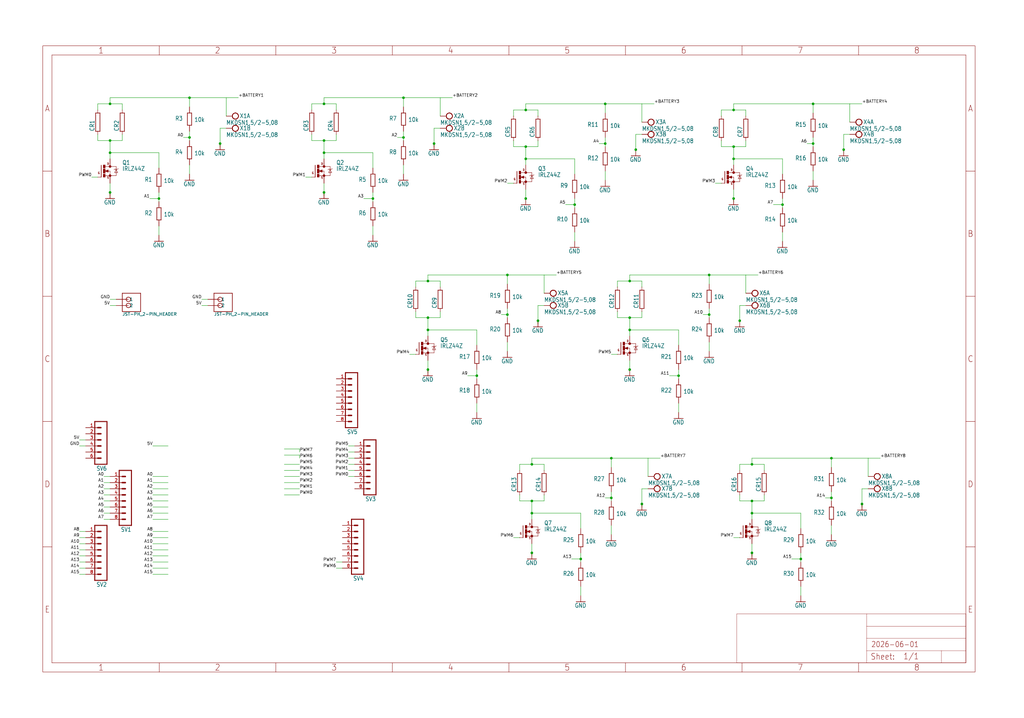
<source format=kicad_sch>
(kicad_sch (version 20230121) (generator eeschema)
  (paper "User" 425.45 298.45)
  (junction (at 304.8 45.72))
  (junction (at 218.44 60.96))
  (junction (at 78.74 40.64))
  (junction (at 332.74 232.41))
  (junction (at 220.98 208.28))
  (junction (at 177.8 132.08))
  (junction (at 358.14 209.55))
  (junction (at 220.98 193.04))
  (junction (at 281.94 156.21))
  (junction (at 261.62 116.84))
  (junction (at 45.72 63.5))
  (junction (at 337.82 59.69))
  (junction (at 198.12 156.21))
  (junction (at 312.42 193.04))
  (junction (at 337.82 43.18))
  (junction (at 210.82 130.81))
  (junction (at 304.8 66.04))
  (junction (at 238.76 85.09))
  (junction (at 167.64 57.15))
  (junction (at 345.44 207.01))
  (junction (at 304.8 82.55))
  (junction (at 218.44 82.55))
  (junction (at 251.46 43.18))
  (junction (at 177.8 137.16))
  (junction (at 261.62 137.16))
  (junction (at 325.12 85.09))
  (junction (at 134.62 80.01))
  (junction (at 251.46 59.69))
  (junction (at 177.8 153.67))
  (junction (at 220.98 229.87))
  (junction (at 345.44 190.5))
  (junction (at 78.74 57.15))
  (junction (at 266.7 209.55))
  (junction (at 167.64 40.64))
  (junction (at 154.94 82.55))
  (junction (at 45.72 43.18))
  (junction (at 312.42 208.28))
  (junction (at 294.64 114.3))
  (junction (at 264.16 62.23))
  (junction (at 91.44 59.69))
  (junction (at 45.72 80.01))
  (junction (at 218.44 66.04))
  (junction (at 223.52 133.35))
  (junction (at 307.34 133.35))
  (junction (at 177.8 116.84))
  (junction (at 254 190.5))
  (junction (at 210.82 114.3))
  (junction (at 241.3 232.41))
  (junction (at 66.04 82.55))
  (junction (at 218.44 45.72))
  (junction (at 350.52 62.23))
  (junction (at 312.42 229.87))
  (junction (at 261.62 132.08))
  (junction (at 45.72 58.42))
  (junction (at 294.64 130.81))
  (junction (at 180.34 59.69))
  (junction (at 134.62 58.42))
  (junction (at 254 207.01))
  (junction (at 261.62 153.67))
  (junction (at 134.62 63.5))
  (junction (at 312.42 213.36))
  (junction (at 134.62 43.18))
  (junction (at 220.98 213.36))
  (junction (at 304.8 60.96))
  (wire (pts (xy 345.44 218.44) (xy 345.44 222.25)) (stroke (width 0.1524)))
  (wire (pts (xy 309.88 114.3) (xy 294.64 114.3)) (stroke (width 0.1524)))
  (wire (pts (xy 129.54 45.72) (xy 129.54 43.18)) (stroke (width 0.1524)))
  (wire (pts (xy 261.62 114.3) (xy 294.64 114.3)) (stroke (width 0.1524)))
  (wire (pts (xy 177.8 114.3) (xy 210.82 114.3)) (stroke (width 0.1524)))
  (wire (pts (xy 254 190.5) (xy 254 194.31)) (stroke (width 0.1524)))
  (wire (pts (xy 210.82 128.27) (xy 210.82 130.81)) (stroke (width 0.1524)))
  (wire (pts (xy 134.62 80.01) (xy 134.62 81.28)) (stroke (width 0.1524)))
  (wire (pts (xy 182.88 40.64) (xy 167.64 40.64)) (stroke (width 0.1524)))
  (wire (pts (xy 93.98 40.64) (xy 99.06 40.64)) (stroke (width 0.1524)))
  (wire (pts (xy 177.8 153.67) (xy 177.8 154.94)) (stroke (width 0.1524)))
  (wire (pts (xy 261.62 149.86) (xy 261.62 153.67)) (stroke (width 0.1524)))
  (wire (pts (xy 118.11 186.69) (xy 124.46 186.69)) (stroke (width 0.1524)))
  (wire (pts (xy 45.72 43.18) (xy 50.8 43.18)) (stroke (width 0.1524)))
  (wire (pts (xy 241.3 233.68) (xy 241.3 232.41)) (stroke (width 0.1524)))
  (wire (pts (xy 215.9 195.58) (xy 215.9 193.04)) (stroke (width 0.1524)))
  (wire (pts (xy 177.8 137.16) (xy 198.12 137.16)) (stroke (width 0.1524)))
  (wire (pts (xy 261.62 137.16) (xy 261.62 139.7)) (stroke (width 0.1524)))
  (wire (pts (xy 69.85 228.6) (xy 63.5 228.6)) (stroke (width 0.1524)))
  (wire (pts (xy 134.62 43.18) (xy 139.7 43.18)) (stroke (width 0.1524)))
  (wire (pts (xy 218.44 82.55) (xy 218.44 83.82)) (stroke (width 0.1524)))
  (wire (pts (xy 256.54 119.38) (xy 256.54 116.84)) (stroke (width 0.1524)))
  (wire (pts (xy 134.62 63.5) (xy 154.94 63.5)) (stroke (width 0.1524)))
  (wire (pts (xy 332.74 233.68) (xy 332.74 232.41)) (stroke (width 0.1524)))
  (wire (pts (xy 256.54 132.08) (xy 261.62 132.08)) (stroke (width 0.1524)))
  (wire (pts (xy 118.11 189.23) (xy 124.46 189.23)) (stroke (width 0.1524)))
  (wire (pts (xy 281.94 157.48) (xy 281.94 156.21)) (stroke (width 0.1524)))
  (wire (pts (xy 238.76 66.04) (xy 238.76 72.39)) (stroke (width 0.1524)))
  (wire (pts (xy 142.24 236.22) (xy 139.7 236.22)) (stroke (width 0.1524)))
  (wire (pts (xy 350.52 55.88) (xy 350.52 62.23)) (stroke (width 0.1524)))
  (wire (pts (xy 223.52 60.96) (xy 223.52 58.42)) (stroke (width 0.1524)))
  (wire (pts (xy 198.12 157.48) (xy 198.12 156.21)) (stroke (width 0.1524)))
  (wire (pts (xy 294.64 114.3) (xy 294.64 118.11)) (stroke (width 0.1524)))
  (wire (pts (xy 63.5 236.22) (xy 69.85 236.22)) (stroke (width 0.1524)))
  (wire (pts (xy 220.98 190.5) (xy 220.98 193.04)) (stroke (width 0.1524)))
  (wire (pts (xy 66.04 83.82) (xy 66.04 82.55)) (stroke (width 0.1524)))
  (wire (pts (xy 325.12 85.09) (xy 325.12 82.55)) (stroke (width 0.1524)))
  (wire (pts (xy 241.3 213.36) (xy 241.3 219.71)) (stroke (width 0.1524)))
  (wire (pts (xy 78.74 68.58) (xy 78.74 72.39)) (stroke (width 0.1524)))
  (wire (pts (xy 118.11 198.12) (xy 124.46 198.12)) (stroke (width 0.1524)))
  (wire (pts (xy 342.9 207.01) (xy 345.44 207.01)) (stroke (width 0.1524)))
  (wire (pts (xy 294.64 128.27) (xy 294.64 130.81)) (stroke (width 0.1524)))
  (wire (pts (xy 266.7 43.18) (xy 251.46 43.18)) (stroke (width 0.1524)))
  (wire (pts (xy 40.64 45.72) (xy 40.64 43.18)) (stroke (width 0.1524)))
  (wire (pts (xy 241.3 247.65) (xy 241.3 243.84)) (stroke (width 0.1524)))
  (wire (pts (xy 198.12 137.16) (xy 198.12 143.51)) (stroke (width 0.1524)))
  (wire (pts (xy 266.7 43.18) (xy 271.78 43.18)) (stroke (width 0.1524)))
  (wire (pts (xy 69.85 205.74) (xy 63.5 205.74)) (stroke (width 0.1524)))
  (wire (pts (xy 48.26 124.46) (xy 45.72 124.46)) (stroke (width 0.1524)))
  (wire (pts (xy 304.8 66.04) (xy 304.8 68.58)) (stroke (width 0.1524)))
  (wire (pts (xy 312.42 190.5) (xy 345.44 190.5)) (stroke (width 0.1524)))
  (wire (pts (xy 220.98 229.87) (xy 220.98 231.14)) (stroke (width 0.1524)))
  (wire (pts (xy 226.06 193.04) (xy 226.06 195.58)) (stroke (width 0.1524)))
  (wire (pts (xy 353.06 55.88) (xy 350.52 55.88)) (stroke (width 0.1524)))
  (wire (pts (xy 177.8 137.16) (xy 177.8 139.7)) (stroke (width 0.1524)))
  (wire (pts (xy 292.1 130.81) (xy 294.64 130.81)) (stroke (width 0.1524)))
  (wire (pts (xy 251.46 71.12) (xy 251.46 74.93)) (stroke (width 0.1524)))
  (wire (pts (xy 40.64 58.42) (xy 45.72 58.42)) (stroke (width 0.1524)))
  (wire (pts (xy 332.74 247.65) (xy 332.74 243.84)) (stroke (width 0.1524)))
  (wire (pts (xy 328.93 232.41) (xy 332.74 232.41)) (stroke (width 0.1524)))
  (wire (pts (xy 182.88 53.34) (xy 180.34 53.34)) (stroke (width 0.1524)))
  (wire (pts (xy 45.72 200.66) (xy 43.18 200.66)) (stroke (width 0.1524)))
  (wire (pts (xy 35.56 228.6) (xy 33.02 228.6)) (stroke (width 0.1524)))
  (wire (pts (xy 264.16 62.23) (xy 264.16 63.5)) (stroke (width 0.1524)))
  (wire (pts (xy 299.72 76.2) (xy 297.18 76.2)) (stroke (width 0.1524)))
  (wire (pts (xy 299.72 48.26) (xy 299.72 45.72)) (stroke (width 0.1524)))
  (wire (pts (xy 154.94 83.82) (xy 154.94 82.55)) (stroke (width 0.1524)))
  (wire (pts (xy 264.16 55.88) (xy 264.16 62.23)) (stroke (width 0.1524)))
  (wire (pts (xy 312.42 226.06) (xy 312.42 229.87)) (stroke (width 0.1524)))
  (wire (pts (xy 261.62 132.08) (xy 266.7 132.08)) (stroke (width 0.1524)))
  (wire (pts (xy 218.44 43.18) (xy 251.46 43.18)) (stroke (width 0.1524)))
  (wire (pts (xy 238.76 85.09) (xy 238.76 82.55)) (stroke (width 0.1524)))
  (wire (pts (xy 304.8 45.72) (xy 309.88 45.72)) (stroke (width 0.1524)))
  (wire (pts (xy 218.44 78.74) (xy 218.44 82.55)) (stroke (width 0.1524)))
  (wire (pts (xy 307.34 223.52) (xy 304.8 223.52)) (stroke (width 0.1524)))
  (wire (pts (xy 208.28 130.81) (xy 210.82 130.81)) (stroke (width 0.1524)))
  (wire (pts (xy 167.64 57.15) (xy 167.64 58.42)) (stroke (width 0.1524)))
  (wire (pts (xy 177.8 114.3) (xy 177.8 116.84)) (stroke (width 0.1524)))
  (wire (pts (xy 220.98 213.36) (xy 220.98 215.9)) (stroke (width 0.1524)))
  (wire (pts (xy 304.8 66.04) (xy 325.12 66.04)) (stroke (width 0.1524)))
  (wire (pts (xy 78.74 57.15) (xy 78.74 58.42)) (stroke (width 0.1524)))
  (wire (pts (xy 215.9 193.04) (xy 220.98 193.04)) (stroke (width 0.1524)))
  (wire (pts (xy 194.31 156.21) (xy 198.12 156.21)) (stroke (width 0.1524)))
  (wire (pts (xy 266.7 203.2) (xy 266.7 209.55)) (stroke (width 0.1524)))
  (wire (pts (xy 220.98 226.06) (xy 220.98 229.87)) (stroke (width 0.1524)))
  (wire (pts (xy 220.98 208.28) (xy 226.06 208.28)) (stroke (width 0.1524)))
  (wire (pts (xy 124.46 189.23) (xy 124.46 190.5)) (stroke (width 0.1524)))
  (wire (pts (xy 220.98 193.04) (xy 226.06 193.04)) (stroke (width 0.1524)))
  (wire (pts (xy 215.9 205.74) (xy 215.9 208.28)) (stroke (width 0.1524)))
  (wire (pts (xy 220.98 190.5) (xy 254 190.5)) (stroke (width 0.1524)))
  (wire (pts (xy 360.68 190.5) (xy 345.44 190.5)) (stroke (width 0.1524)))
  (wire (pts (xy 45.72 213.36) (xy 43.18 213.36)) (stroke (width 0.1524)))
  (wire (pts (xy 234.95 85.09) (xy 238.76 85.09)) (stroke (width 0.1524)))
  (wire (pts (xy 69.85 223.52) (xy 63.5 223.52)) (stroke (width 0.1524)))
  (wire (pts (xy 254 218.44) (xy 254 222.25)) (stroke (width 0.1524)))
  (wire (pts (xy 241.3 232.41) (xy 241.3 229.87)) (stroke (width 0.1524)))
  (wire (pts (xy 35.56 182.88) (xy 33.02 182.88)) (stroke (width 0.1524)))
  (wire (pts (xy 154.94 82.55) (xy 154.94 80.01)) (stroke (width 0.1524)))
  (wire (pts (xy 167.64 40.64) (xy 167.64 44.45)) (stroke (width 0.1524)))
  (wire (pts (xy 45.72 40.64) (xy 45.72 43.18)) (stroke (width 0.1524)))
  (wire (pts (xy 360.68 190.5) (xy 365.76 190.5)) (stroke (width 0.1524)))
  (wire (pts (xy 69.85 203.2) (xy 63.5 203.2)) (stroke (width 0.1524)))
  (wire (pts (xy 213.36 60.96) (xy 218.44 60.96)) (stroke (width 0.1524)))
  (wire (pts (xy 307.34 127) (xy 307.34 133.35)) (stroke (width 0.1524)))
  (wire (pts (xy 248.92 59.69) (xy 251.46 59.69)) (stroke (width 0.1524)))
  (wire (pts (xy 180.34 59.69) (xy 180.34 60.96)) (stroke (width 0.1524)))
  (wire (pts (xy 69.85 213.36) (xy 63.5 213.36)) (stroke (width 0.1524)))
  (wire (pts (xy 118.11 193.04) (xy 124.46 193.04)) (stroke (width 0.1524)))
  (wire (pts (xy 45.72 58.42) (xy 45.72 63.5)) (stroke (width 0.1524)))
  (wire (pts (xy 307.34 195.58) (xy 307.34 193.04)) (stroke (width 0.1524)))
  (wire (pts (xy 304.8 78.74) (xy 304.8 82.55)) (stroke (width 0.1524)))
  (wire (pts (xy 66.04 63.5) (xy 66.04 69.85)) (stroke (width 0.1524)))
  (wire (pts (xy 167.64 68.58) (xy 167.64 72.39)) (stroke (width 0.1524)))
  (wire (pts (xy 69.85 238.76) (xy 63.5 238.76)) (stroke (width 0.1524)))
  (wire (pts (xy 118.11 200.66) (xy 124.46 200.66)) (stroke (width 0.1524)))
  (wire (pts (xy 358.14 203.2) (xy 358.14 209.55)) (stroke (width 0.1524)))
  (wire (pts (xy 118.11 195.58) (xy 124.46 195.58)) (stroke (width 0.1524)))
  (wire (pts (xy 269.24 198.12) (xy 269.24 190.5)) (stroke (width 0.1524)))
  (wire (pts (xy 360.68 203.2) (xy 358.14 203.2)) (stroke (width 0.1524)))
  (wire (pts (xy 345.44 190.5) (xy 345.44 194.31)) (stroke (width 0.1524)))
  (wire (pts (xy 307.34 208.28) (xy 312.42 208.28)) (stroke (width 0.1524)))
  (wire (pts (xy 69.85 208.28) (xy 63.5 208.28)) (stroke (width 0.1524)))
  (wire (pts (xy 69.85 233.68) (xy 63.5 233.68)) (stroke (width 0.1524)))
  (wire (pts (xy 40.64 55.88) (xy 40.64 58.42)) (stroke (width 0.1524)))
  (wire (pts (xy 218.44 43.18) (xy 218.44 45.72)) (stroke (width 0.1524)))
  (wire (pts (xy 226.06 121.92) (xy 226.06 114.3)) (stroke (width 0.1524)))
  (wire (pts (xy 251.46 57.15) (xy 251.46 59.69)) (stroke (width 0.1524)))
  (wire (pts (xy 198.12 156.21) (xy 198.12 153.67)) (stroke (width 0.1524)))
  (wire (pts (xy 350.52 62.23) (xy 350.52 63.5)) (stroke (width 0.1524)))
  (wire (pts (xy 299.72 60.96) (xy 304.8 60.96)) (stroke (width 0.1524)))
  (wire (pts (xy 307.34 193.04) (xy 312.42 193.04)) (stroke (width 0.1524)))
  (wire (pts (xy 317.5 193.04) (xy 317.5 195.58)) (stroke (width 0.1524)))
  (wire (pts (xy 218.44 45.72) (xy 223.52 45.72)) (stroke (width 0.1524)))
  (wire (pts (xy 177.8 132.08) (xy 182.88 132.08)) (stroke (width 0.1524)))
  (wire (pts (xy 304.8 60.96) (xy 304.8 66.04)) (stroke (width 0.1524)))
  (wire (pts (xy 147.32 198.12) (xy 144.78 198.12)) (stroke (width 0.1524)))
  (wire (pts (xy 337.82 57.15) (xy 337.82 59.69)) (stroke (width 0.1524)))
  (wire (pts (xy 220.98 213.36) (xy 241.3 213.36)) (stroke (width 0.1524)))
  (wire (pts (xy 93.98 40.64) (xy 78.74 40.64)) (stroke (width 0.1524)))
  (wire (pts (xy 218.44 60.96) (xy 218.44 66.04)) (stroke (width 0.1524)))
  (wire (pts (xy 198.12 171.45) (xy 198.12 167.64)) (stroke (width 0.1524)))
  (wire (pts (xy 180.34 53.34) (xy 180.34 59.69)) (stroke (width 0.1524)))
  (wire (pts (xy 142.24 233.68) (xy 139.7 233.68)) (stroke (width 0.1524)))
  (wire (pts (xy 312.42 208.28) (xy 312.42 213.36)) (stroke (width 0.1524)))
  (wire (pts (xy 312.42 193.04) (xy 317.5 193.04)) (stroke (width 0.1524)))
  (wire (pts (xy 321.31 85.09) (xy 325.12 85.09)) (stroke (width 0.1524)))
  (wire (pts (xy 45.72 63.5) (xy 66.04 63.5)) (stroke (width 0.1524)))
  (wire (pts (xy 45.72 40.64) (xy 78.74 40.64)) (stroke (width 0.1524)))
  (wire (pts (xy 154.94 97.79) (xy 154.94 93.98)) (stroke (width 0.1524)))
  (wire (pts (xy 69.85 210.82) (xy 63.5 210.82)) (stroke (width 0.1524)))
  (wire (pts (xy 261.62 114.3) (xy 261.62 116.84)) (stroke (width 0.1524)))
  (wire (pts (xy 335.28 59.69) (xy 337.82 59.69)) (stroke (width 0.1524)))
  (wire (pts (xy 45.72 80.01) (xy 45.72 81.28)) (stroke (width 0.1524)))
  (wire (pts (xy 304.8 82.55) (xy 304.8 83.82)) (stroke (width 0.1524)))
  (wire (pts (xy 337.82 43.18) (xy 337.82 46.99)) (stroke (width 0.1524)))
  (wire (pts (xy 317.5 208.28) (xy 317.5 205.74)) (stroke (width 0.1524)))
  (wire (pts (xy 129.54 73.66) (xy 127 73.66)) (stroke (width 0.1524)))
  (wire (pts (xy 312.42 213.36) (xy 312.42 215.9)) (stroke (width 0.1524)))
  (wire (pts (xy 360.68 198.12) (xy 360.68 190.5)) (stroke (width 0.1524)))
  (wire (pts (xy 124.46 186.69) (xy 124.46 187.96)) (stroke (width 0.1524)))
  (wire (pts (xy 218.44 66.04) (xy 218.44 68.58)) (stroke (width 0.1524)))
  (wire (pts (xy 353.06 43.18) (xy 358.14 43.18)) (stroke (width 0.1524)))
  (wire (pts (xy 213.36 48.26) (xy 213.36 45.72)) (stroke (width 0.1524)))
  (wire (pts (xy 50.8 58.42) (xy 50.8 55.88)) (stroke (width 0.1524)))
  (wire (pts (xy 182.88 132.08) (xy 182.88 129.54)) (stroke (width 0.1524)))
  (wire (pts (xy 254 204.47) (xy 254 207.01)) (stroke (width 0.1524)))
  (wire (pts (xy 213.36 76.2) (xy 210.82 76.2)) (stroke (width 0.1524)))
  (wire (pts (xy 134.62 63.5) (xy 134.62 66.04)) (stroke (width 0.1524)))
  (wire (pts (xy 86.36 127) (xy 83.82 127)) (stroke (width 0.1524)))
  (wire (pts (xy 45.72 203.2) (xy 43.18 203.2)) (stroke (width 0.1524)))
  (wire (pts (xy 238.76 100.33) (xy 238.76 96.52)) (stroke (width 0.1524)))
  (wire (pts (xy 172.72 132.08) (xy 177.8 132.08)) (stroke (width 0.1524)))
  (wire (pts (xy 40.64 73.66) (xy 38.1 73.66)) (stroke (width 0.1524)))
  (wire (pts (xy 62.23 82.55) (xy 66.04 82.55)) (stroke (width 0.1524)))
  (wire (pts (xy 281.94 156.21) (xy 281.94 153.67)) (stroke (width 0.1524)))
  (wire (pts (xy 172.72 119.38) (xy 172.72 116.84)) (stroke (width 0.1524)))
  (wire (pts (xy 69.85 220.98) (xy 63.5 220.98)) (stroke (width 0.1524)))
  (wire (pts (xy 40.64 43.18) (xy 45.72 43.18)) (stroke (width 0.1524)))
  (wire (pts (xy 210.82 142.24) (xy 210.82 146.05)) (stroke (width 0.1524)))
  (wire (pts (xy 45.72 215.9) (xy 43.18 215.9)) (stroke (width 0.1524)))
  (wire (pts (xy 269.24 190.5) (xy 274.32 190.5)) (stroke (width 0.1524)))
  (wire (pts (xy 269.24 190.5) (xy 254 190.5)) (stroke (width 0.1524)))
  (wire (pts (xy 294.64 142.24) (xy 294.64 146.05)) (stroke (width 0.1524)))
  (wire (pts (xy 35.56 226.06) (xy 33.02 226.06)) (stroke (width 0.1524)))
  (wire (pts (xy 309.88 121.92) (xy 309.88 114.3)) (stroke (width 0.1524)))
  (wire (pts (xy 223.52 133.35) (xy 223.52 134.62)) (stroke (width 0.1524)))
  (wire (pts (xy 345.44 207.01) (xy 345.44 208.28)) (stroke (width 0.1524)))
  (wire (pts (xy 182.88 40.64) (xy 187.96 40.64)) (stroke (width 0.1524)))
  (wire (pts (xy 35.56 238.76) (xy 33.02 238.76)) (stroke (width 0.1524)))
  (wire (pts (xy 69.85 231.14) (xy 63.5 231.14)) (stroke (width 0.1524)))
  (wire (pts (xy 304.8 43.18) (xy 337.82 43.18)) (stroke (width 0.1524)))
  (wire (pts (xy 299.72 45.72) (xy 304.8 45.72)) (stroke (width 0.1524)))
  (wire (pts (xy 278.13 156.21) (xy 281.94 156.21)) (stroke (width 0.1524)))
  (wire (pts (xy 182.88 116.84) (xy 182.88 119.38)) (stroke (width 0.1524)))
  (wire (pts (xy 69.85 226.06) (xy 63.5 226.06)) (stroke (width 0.1524)))
  (wire (pts (xy 304.8 60.96) (xy 309.88 60.96)) (stroke (width 0.1524)))
  (wire (pts (xy 251.46 59.69) (xy 251.46 60.96)) (stroke (width 0.1524)))
  (wire (pts (xy 266.7 55.88) (xy 264.16 55.88)) (stroke (width 0.1524)))
  (wire (pts (xy 69.85 200.66) (xy 63.5 200.66)) (stroke (width 0.1524)))
  (wire (pts (xy 266.7 209.55) (xy 266.7 210.82)) (stroke (width 0.1524)))
  (wire (pts (xy 325.12 100.33) (xy 325.12 96.52)) (stroke (width 0.1524)))
  (wire (pts (xy 147.32 193.04) (xy 144.78 193.04)) (stroke (width 0.1524)))
  (wire (pts (xy 66.04 82.55) (xy 66.04 80.01)) (stroke (width 0.1524)))
  (wire (pts (xy 134.62 76.2) (xy 134.62 80.01)) (stroke (width 0.1524)))
  (wire (pts (xy 147.32 187.96) (xy 144.78 187.96)) (stroke (width 0.1524)))
  (wire (pts (xy 86.36 124.46) (xy 83.82 124.46)) (stroke (width 0.1524)))
  (wire (pts (xy 91.44 53.34) (xy 91.44 59.69)) (stroke (width 0.1524)))
  (wire (pts (xy 215.9 223.52) (xy 213.36 223.52)) (stroke (width 0.1524)))
  (wire (pts (xy 172.72 147.32) (xy 170.18 147.32)) (stroke (width 0.1524)))
  (wire (pts (xy 129.54 58.42) (xy 134.62 58.42)) (stroke (width 0.1524)))
  (wire (pts (xy 266.7 132.08) (xy 266.7 129.54)) (stroke (width 0.1524)))
  (wire (pts (xy 177.8 132.08) (xy 177.8 137.16)) (stroke (width 0.1524)))
  (wire (pts (xy 48.26 127) (xy 45.72 127)) (stroke (width 0.1524)))
  (wire (pts (xy 261.62 153.67) (xy 261.62 154.94)) (stroke (width 0.1524)))
  (wire (pts (xy 151.13 82.55) (xy 154.94 82.55)) (stroke (width 0.1524)))
  (wire (pts (xy 134.62 40.64) (xy 134.62 43.18)) (stroke (width 0.1524)))
  (wire (pts (xy 35.56 185.42) (xy 33.02 185.42)) (stroke (width 0.1524)))
  (wire (pts (xy 251.46 43.18) (xy 251.46 46.99)) (stroke (width 0.1524)))
  (wire (pts (xy 223.52 45.72) (xy 223.52 48.26)) (stroke (width 0.1524)))
  (wire (pts (xy 147.32 185.42) (xy 144.78 185.42)) (stroke (width 0.1524)))
  (wire (pts (xy 69.85 185.42) (xy 63.5 185.42)) (stroke (width 0.1524)))
  (wire (pts (xy 45.72 208.28) (xy 43.18 208.28)) (stroke (width 0.1524)))
  (wire (pts (xy 93.98 48.26) (xy 93.98 40.64)) (stroke (width 0.1524)))
  (wire (pts (xy 307.34 205.74) (xy 307.34 208.28)) (stroke (width 0.1524)))
  (wire (pts (xy 237.49 232.41) (xy 241.3 232.41)) (stroke (width 0.1524)))
  (wire (pts (xy 35.56 231.14) (xy 33.02 231.14)) (stroke (width 0.1524)))
  (wire (pts (xy 251.46 207.01) (xy 254 207.01)) (stroke (width 0.1524)))
  (wire (pts (xy 281.94 137.16) (xy 281.94 143.51)) (stroke (width 0.1524)))
  (wire (pts (xy 345.44 204.47) (xy 345.44 207.01)) (stroke (width 0.1524)))
  (wire (pts (xy 281.94 171.45) (xy 281.94 167.64)) (stroke (width 0.1524)))
  (wire (pts (xy 261.62 132.08) (xy 261.62 137.16)) (stroke (width 0.1524)))
  (wire (pts (xy 226.06 127) (xy 223.52 127)) (stroke (width 0.1524)))
  (wire (pts (xy 256.54 116.84) (xy 261.62 116.84)) (stroke (width 0.1524)))
  (wire (pts (xy 177.8 116.84) (xy 182.88 116.84)) (stroke (width 0.1524)))
  (wire (pts (xy 332.74 213.36) (xy 332.74 219.71)) (stroke (width 0.1524)))
  (wire (pts (xy 50.8 43.18) (xy 50.8 45.72)) (stroke (width 0.1524)))
  (wire (pts (xy 266.7 116.84) (xy 266.7 119.38)) (stroke (width 0.1524)))
  (wire (pts (xy 325.12 86.36) (xy 325.12 85.09)) (stroke (width 0.1524)))
  (wire (pts (xy 134.62 58.42) (xy 139.7 58.42)) (stroke (width 0.1524)))
  (wire (pts (xy 139.7 58.42) (xy 139.7 55.88)) (stroke (width 0.1524)))
  (wire (pts (xy 45.72 210.82) (xy 43.18 210.82)) (stroke (width 0.1524)))
  (wire (pts (xy 220.98 208.28) (xy 220.98 213.36)) (stroke (width 0.1524)))
  (wire (pts (xy 215.9 208.28) (xy 220.98 208.28)) (stroke (width 0.1524)))
  (wire (pts (xy 172.72 116.84) (xy 177.8 116.84)) (stroke (width 0.1524)))
  (wire (pts (xy 226.06 114.3) (xy 210.82 114.3)) (stroke (width 0.1524)))
  (wire (pts (xy 45.72 205.74) (xy 43.18 205.74)) (stroke (width 0.1524)))
  (wire (pts (xy 226.06 208.28) (xy 226.06 205.74)) (stroke (width 0.1524)))
  (wire (pts (xy 134.62 58.42) (xy 134.62 63.5)) (stroke (width 0.1524)))
  (wire (pts (xy 118.11 203.2) (xy 124.46 203.2)) (stroke (width 0.1524)))
  (wire (pts (xy 312.42 229.87) (xy 312.42 231.14)) (stroke (width 0.1524)))
  (wire (pts (xy 45.72 58.42) (xy 50.8 58.42)) (stroke (width 0.1524)))
  (wire (pts (xy 307.34 133.35) (xy 307.34 134.62)) (stroke (width 0.1524)))
  (wire (pts (xy 218.44 66.04) (xy 238.76 66.04)) (stroke (width 0.1524)))
  (wire (pts (xy 304.8 43.18) (xy 304.8 45.72)) (stroke (width 0.1524)))
  (wire (pts (xy 256.54 129.54) (xy 256.54 132.08)) (stroke (width 0.1524)))
  (wire (pts (xy 91.44 59.69) (xy 91.44 60.96)) (stroke (width 0.1524)))
  (wire (pts (xy 129.54 43.18) (xy 134.62 43.18)) (stroke (width 0.1524)))
  (wire (pts (xy 309.88 127) (xy 307.34 127)) (stroke (width 0.1524)))
  (wire (pts (xy 218.44 60.96) (xy 223.52 60.96)) (stroke (width 0.1524)))
  (wire (pts (xy 213.36 58.42) (xy 213.36 60.96)) (stroke (width 0.1524)))
  (wire (pts (xy 312.42 213.36) (xy 332.74 213.36)) (stroke (width 0.1524)))
  (wire (pts (xy 269.24 203.2) (xy 266.7 203.2)) (stroke (width 0.1524)))
  (wire (pts (xy 309.88 60.96) (xy 309.88 58.42)) (stroke (width 0.1524)))
  (wire (pts (xy 223.52 127) (xy 223.52 133.35)) (stroke (width 0.1524)))
  (wire (pts (xy 147.32 190.5) (xy 144.78 190.5)) (stroke (width 0.1524)))
  (wire (pts (xy 45.72 76.2) (xy 45.72 80.01)) (stroke (width 0.1524)))
  (wire (pts (xy 35.56 236.22) (xy 33.02 236.22)) (stroke (width 0.1524)))
  (wire (pts (xy 45.72 63.5) (xy 45.72 66.04)) (stroke (width 0.1524)))
  (wire (pts (xy 256.54 147.32) (xy 254 147.32)) (stroke (width 0.1524)))
  (wire (pts (xy 226.06 114.3) (xy 231.14 114.3)) (stroke (width 0.1524)))
  (wire (pts (xy 299.72 58.42) (xy 299.72 60.96)) (stroke (width 0.1524)))
  (wire (pts (xy 358.14 209.55) (xy 358.14 210.82)) (stroke (width 0.1524)))
  (wire (pts (xy 309.88 45.72) (xy 309.88 48.26)) (stroke (width 0.1524)))
  (wire (pts (xy 147.32 195.58) (xy 144.78 195.58)) (stroke (width 0.1524)))
  (wire (pts (xy 93.98 53.34) (xy 91.44 53.34)) (stroke (width 0.1524)))
  (wire (pts (xy 165.1 57.15) (xy 167.64 57.15)) (stroke (width 0.1524)))
  (wire (pts (xy 78.74 40.64) (xy 78.74 44.45)) (stroke (width 0.1524)))
  (wire (pts (xy 337.82 71.12) (xy 337.82 74.93)) (stroke (width 0.1524)))
  (wire (pts (xy 312.42 208.28) (xy 317.5 208.28)) (stroke (width 0.1524)))
  (wire (pts (xy 139.7 43.18) (xy 139.7 45.72)) (stroke (width 0.1524)))
  (wire (pts (xy 312.42 190.5) (xy 312.42 193.04)) (stroke (width 0.1524)))
  (wire (pts (xy 118.11 205.74) (xy 124.46 205.74)) (stroke (width 0.1524)))
  (wire (pts (xy 45.72 198.12) (xy 43.18 198.12)) (stroke (width 0.1524)))
  (wire (pts (xy 261.62 137.16) (xy 281.94 137.16)) (stroke (width 0.1524)))
  (wire (pts (xy 35.56 223.52) (xy 33.02 223.52)) (stroke (width 0.1524)))
  (wire (pts (xy 254 207.01) (xy 254 208.28)) (stroke (width 0.1524)))
  (wire (pts (xy 78.74 54.61) (xy 78.74 57.15)) (stroke (width 0.1524)))
  (wire (pts (xy 129.54 55.88) (xy 129.54 58.42)) (stroke (width 0.1524)))
  (wire (pts (xy 182.88 48.26) (xy 182.88 40.64)) (stroke (width 0.1524)))
  (wire (pts (xy 210.82 114.3) (xy 210.82 118.11)) (stroke (width 0.1524)))
  (wire (pts (xy 213.36 45.72) (xy 218.44 45.72)) (stroke (width 0.1524)))
  (wire (pts (xy 35.56 220.98) (xy 33.02 220.98)) (stroke (width 0.1524)))
  (wire (pts (xy 261.62 116.84) (xy 266.7 116.84)) (stroke (width 0.1524)))
  (wire (pts (xy 266.7 50.8) (xy 266.7 43.18)) (stroke (width 0.1524)))
  (wire (pts (xy 172.72 129.54) (xy 172.72 132.08)) (stroke (width 0.1524)))
  (wire (pts (xy 63.5 215.9) (xy 69.85 215.9)) (stroke (width 0.1524)))
  (wire (pts (xy 167.64 54.61) (xy 167.64 57.15)) (stroke (width 0.1524)))
  (wire (pts (xy 134.62 40.64) (xy 167.64 40.64)) (stroke (width 0.1524)))
  (wire (pts (xy 76.2 57.15) (xy 78.74 57.15)) (stroke (width 0.1524)))
  (wire (pts (xy 210.82 130.81) (xy 210.82 132.08)) (stroke (width 0.1524)))
  (wire (pts (xy 69.85 198.12) (xy 63.5 198.12)) (stroke (width 0.1524)))
  (wire (pts (xy 337.82 59.69) (xy 337.82 60.96)) (stroke (width 0.1524)))
  (wire (pts (xy 238.76 86.36) (xy 238.76 85.09)) (stroke (width 0.1524)))
  (wire (pts (xy 353.06 50.8) (xy 353.06 43.18)) (stroke (width 0.1524)))
  (wire (pts (xy 332.74 232.41) (xy 332.74 229.87)) (stroke (width 0.1524)))
  (wire (pts (xy 309.88 114.3) (xy 314.96 114.3)) (stroke (width 0.1524)))
  (wire (pts (xy 294.64 130.81) (xy 294.64 132.08)) (stroke (width 0.1524)))
  (wire (pts (xy 66.04 97.79) (xy 66.04 93.98)) (stroke (width 0.1524)))
  (wire (pts (xy 154.94 63.5) (xy 154.94 69.85)) (stroke (width 0.1524)))
  (wire (pts (xy 177.8 149.86) (xy 177.8 153.67)) (stroke (width 0.1524)))
  (wire (pts (xy 35.56 233.68) (xy 33.02 233.68)) (stroke (width 0.1524)))
  (wire (pts (xy 325.12 66.04) (xy 325.12 72.39)) (stroke (width 0.1524)))
  (wire (pts (xy 353.06 43.18) (xy 337.82 43.18)) (stroke (width 0.1524)))
  (label "A10" (at 63.5 226.06 180) (effects (font (size 1.2446 1.2446))))
  (label "GND" (at 33.02 185.42 180) (effects (font (size 1.2446 1.2446))))
  (label "A8" (at 33.02 220.98 180) (effects (font (size 1.2446 1.2446))))
  (label "A6" (at 63.5 213.36 180) (effects (font (size 1.2446 1.2446))))
  (label "A7" (at 63.5 215.9 180) (effects (font (size 1.2446 1.2446))))
  (label "A11" (at 278.13 156.21 180) (effects (font (size 1.2446 1.2446))))
  (label "A13" (at 33.02 233.68 180) (effects (font (size 1.2446 1.2446))))
  (label "A15" (at 328.93 232.41 180) (effects (font (size 1.2446 1.2446))))
  (label "PWM5" (at 144.78 185.42 180) (effects (font (size 1.2446 1.2446))))
  (label "PWM2" (at 124.46 200.66 0) (effects (font (size 1.2446 1.2446))))
  (label "A13" (at 63.5 233.68 180) (effects (font (size 1.2446 1.2446))))
  (label "PWM1" (at 127 73.66 180) (effects (font (size 1.2446 1.2446))))
  (label "A8" (at 208.28 130.81 180) (effects (font (size 1.2446 1.2446))))
  (label "A11" (at 33.02 228.6 180) (effects (font (size 1.2446 1.2446))))
  (label "A5" (at 63.5 210.82 180) (effects (font (size 1.2446 1.2446))))
  (label "5V" (at 83.82 127 180) (effects (font (size 1.2446 1.2446))))
  (label "GND" (at 45.72 124.46 180) (effects (font (size 1.2446 1.2446))))
  (label "PWM0" (at 144.78 198.12 180) (effects (font (size 1.2446 1.2446))))
  (label "PWM0" (at 124.46 205.74 0) (effects (font (size 1.2446 1.2446))))
  (label "5V" (at 63.5 185.42 180) (effects (font (size 1.2446 1.2446))))
  (label "A0" (at 63.5 198.12 180) (effects (font (size 1.2446 1.2446))))
  (label "A1" (at 62.23 82.55 180) (effects (font (size 1.2446 1.2446))))
  (label "+BATTERY6" (at 314.96 114.3 0) (effects (font (size 1.2446 1.2446))))
  (label "PWM0" (at 38.1 73.66 180) (effects (font (size 1.2446 1.2446))))
  (label "A9" (at 194.31 156.21 180) (effects (font (size 1.2446 1.2446))))
  (label "+BATTERY5" (at 231.14 114.3 0) (effects (font (size 1.2446 1.2446))))
  (label "PWM3" (at 144.78 190.5 180) (effects (font (size 1.2446 1.2446))))
  (label "+BATTERY4" (at 358.14 43.18 0) (effects (font (size 1.2446 1.2446))))
  (label "A15" (at 63.5 238.76 180) (effects (font (size 1.2446 1.2446))))
  (label "PWM6" (at 124.46 190.5 0) (effects (font (size 1.2446 1.2446))))
  (label "A2" (at 63.5 203.2 180) (effects (font (size 1.2446 1.2446))))
  (label "PWM2" (at 144.78 193.04 180) (effects (font (size 1.2446 1.2446))))
  (label "A13" (at 237.49 232.41 180) (effects (font (size 1.2446 1.2446))))
  (label "A14" (at 63.5 236.22 180) (effects (font (size 1.2446 1.2446))))
  (label "PWM7" (at 304.8 223.52 180) (effects (font (size 1.2446 1.2446))))
  (label "A5" (at 234.95 85.09 180) (effects (font (size 1.2446 1.2446))))
  (label "A11" (at 63.5 228.6 180) (effects (font (size 1.2446 1.2446))))
  (label "A14" (at 33.02 236.22 180) (effects (font (size 1.2446 1.2446))))
  (label "A7" (at 321.31 85.09 180) (effects (font (size 1.2446 1.2446))))
  (label "+BATTERY7" (at 274.32 190.5 0) (effects (font (size 1.2446 1.2446))))
  (label "A5" (at 43.18 210.82 180) (effects (font (size 1.2446 1.2446))))
  (label "A14" (at 342.9 207.01 180) (effects (font (size 1.2446 1.2446))))
  (label "A4" (at 63.5 208.28 180) (effects (font (size 1.2446 1.2446))))
  (label "A1" (at 43.18 200.66 180) (effects (font (size 1.2446 1.2446))))
  (label "5V" (at 33.02 182.88 180) (effects (font (size 1.2446 1.2446))))
  (label "PWM4" (at 124.46 195.58 0) (effects (font (size 1.2446 1.2446))))
  (label "PWM3" (at 297.18 76.2 180) (effects (font (size 1.2446 1.2446))))
  (label "+BATTERY1" (at 99.06 40.64 0) (effects (font (size 1.2446 1.2446))))
  (label "5V" (at 45.72 127 180) (effects (font (size 1.2446 1.2446))))
  (label "A3" (at 43.18 205.74 180) (effects (font (size 1.2446 1.2446))))
  (label "PWM1" (at 144.78 195.58 180) (effects (font (size 1.2446 1.2446))))
  (label "PWM5" (at 124.46 193.04 0) (effects (font (size 1.2446 1.2446))))
  (label "PWM5" (at 254 147.32 180) (effects (font (size 1.2446 1.2446))))
  (label "+BATTERY3" (at 271.78 43.18 0) (effects (font (size 1.2446 1.2446))))
  (label "PWM7" (at 124.46 187.96 0) (effects (font (size 1.2446 1.2446))))
  (label "A2" (at 43.18 203.2 180) (effects (font (size 1.2446 1.2446))))
  (label "A6" (at 335.28 59.69 180) (effects (font (size 1.2446 1.2446))))
  (label "PWM6" (at 213.36 223.52 180) (effects (font (size 1.2446 1.2446))))
  (label "PWM7" (at 139.7 233.68 180) (effects (font (size 1.2446 1.2446))))
  (label "A9" (at 33.02 223.52 180) (effects (font (size 1.2446 1.2446))))
  (label "A3" (at 63.5 205.74 180) (effects (font (size 1.2446 1.2446))))
  (label "PWM2" (at 210.82 76.2 180) (effects (font (size 1.2446 1.2446))))
  (label "A12" (at 63.5 231.14 180) (effects (font (size 1.2446 1.2446))))
  (label "A12" (at 251.46 207.01 180) (effects (font (size 1.2446 1.2446))))
  (label "+BATTERY8" (at 365.76 190.5 0) (effects (font (size 1.2446 1.2446))))
  (label "PWM1" (at 124.46 203.2 0) (effects (font (size 1.2446 1.2446))))
  (label "A4" (at 43.18 208.28 180) (effects (font (size 1.2446 1.2446))))
  (label "+BATTERY2" (at 187.96 40.64 0) (effects (font (size 1.2446 1.2446))))
  (label "A9" (at 63.5 223.52 180) (effects (font (size 1.2446 1.2446))))
  (label "A7" (at 43.18 215.9 180) (effects (font (size 1.2446 1.2446))))
  (label "PWM4" (at 144.78 187.96 180) (effects (font (size 1.2446 1.2446))))
  (label "A10" (at 292.1 130.81 180) (effects (font (size 1.2446 1.2446))))
  (label "A10" (at 33.02 226.06 180) (effects (font (size 1.2446 1.2446))))
  (label "A2" (at 165.1 57.15 180) (effects (font (size 1.2446 1.2446))))
  (label "A0" (at 43.18 198.12 180) (effects (font (size 1.2446 1.2446))))
  (label "A4" (at 248.92 59.69 180) (effects (font (size 1.2446 1.2446))))
  (label "A15" (at 33.02 238.76 180) (effects (font (size 1.2446 1.2446))))
  (label "A1" (at 63.5 200.66 180) (effects (font (size 1.2446 1.2446))))
  (label "PWM3" (at 124.46 198.12 0) (effects (font (size 1.2446 1.2446))))
  (label "A8" (at 63.5 220.98 180) (effects (font (size 1.2446 1.2446))))
  (label "PWM6" (at 139.7 236.22 180) (effects (font (size 1.2446 1.2446))))
  (label "PWM4" (at 170.18 147.32 180) (effects (font (size 1.2446 1.2446))))
  (label "A0" (at 76.2 57.15 180) (effects (font (size 1.2446 1.2446))))
  (label "GND" (at 83.82 124.46 180) (effects (font (size 1.2446 1.2446))))
  (label "A12" (at 33.02 231.14 180) (effects (font (size 1.2446 1.2446))))
  (label "A6" (at 43.18 213.36 180) (effects (font (size 1.2446 1.2446))))
  (label "A3" (at 151.13 82.55 180) (effects (font (size 1.2446 1.2446))))
  (symbol (lib_id "18650_tester_5-eagle-import:MKDSN1,5/2-5,08") (at 363.22 198.12 0) (unit 1)
    (property "Reference" "X8" (at 366.268 199.009 0) (effects (font (size 1.778 1.5113)) (justify left bottom)))
    (property "Value" "MKDSN1,5/2-5,08" (at 360.68 201.803 0) (effects (font (size 1.778 1.5113)) (justify left bottom)))
    (property "Footprint" "18650_tester_5:MKDSN1,5_2-5,08" (effects hide))
  )
  (symbol (lib_id "18650_tester_5-eagle-import:GND") (at 251.46 77.47 0) (unit 1)
    (property "Reference" "#GND10" (effects hide))
    (property "Value" "GND" (at 248.92 80.01 0) (effects (font (size 1.778 1.5113)) (justify left bottom)))
  )
  (symbol (lib_id "18650_tester_5-eagle-import:R-EU_M1206") (at 294.64 137.16 90) (unit 1)
    (property "Reference" "R24" (at 291.8714 135.89 90) (effects (font (size 1.778 1.5113)) (justify left bottom)))
    (property "Value" "10k" (at 300.99 136.398 90) (effects (font (size 1.778 1.5113)) (justify left bottom)))
    (property "Footprint" "18650_tester_5:M1206" (effects hide))
  )
  (symbol (lib_id "18650_tester_5-eagle-import:MKDSN1,5/2-5,08") (at 312.42 121.92 0) (unit 1)
    (property "Reference" "X6" (at 315.468 122.809 0) (effects (font (size 1.778 1.5113)) (justify left bottom)))
    (property "Value" "MKDSN1,5/2-5,08" (at 309.88 125.603 0) (effects (font (size 1.778 1.5113)) (justify left bottom)))
    (property "Footprint" "18650_tester_5:MKDSN1,5_2-5,08" (effects hide))
  )
  (symbol (lib_id "18650_tester_5-eagle-import:GND") (at 294.64 148.59 0) (unit 1)
    (property "Reference" "#GND22" (effects hide))
    (property "Value" "GND" (at 292.1 151.13 0) (effects (font (size 1.778 1.5113)) (justify left bottom)))
  )
  (symbol (lib_id "18650_tester_5-eagle-import:GND") (at 304.8 85.09 0) (unit 1)
    (property "Reference" "#GND16" (effects hide))
    (property "Value" "GND" (at 302.26 87.63 0) (effects (font (size 1.778 1.5113)) (justify left bottom)))
  )
  (symbol (lib_id "18650_tester_5-eagle-import:GND") (at 332.74 250.19 0) (unit 1)
    (property "Reference" "#GND31" (effects hide))
    (property "Value" "GND" (at 330.2 252.73 0) (effects (font (size 1.778 1.5113)) (justify left bottom)))
  )
  (symbol (lib_id "18650_tester_5-eagle-import:GND") (at 218.44 85.09 0) (unit 1)
    (property "Reference" "#GND12" (effects hide))
    (property "Value" "GND" (at 215.9 87.63 0) (effects (font (size 1.778 1.5113)) (justify left bottom)))
  )
  (symbol (lib_id "18650_tester_5-eagle-import:GND") (at 134.62 82.55 0) (unit 1)
    (property "Reference" "#GND8" (effects hide))
    (property "Value" "GND" (at 132.08 85.09 0) (effects (font (size 1.778 1.5113)) (justify left bottom)))
  )
  (symbol (lib_id "18650_tester_5-eagle-import:RRWM6X22") (at 309.88 53.34 90) (unit 1)
    (property "Reference" "CR7" (at 308.5084 57.15 0) (effects (font (size 1.778 1.5113)) (justify left bottom)))
    (property "Value" "RRWM6X22" (effects hide))
    (property "Footprint" "18650_tester_5:RWM6X22" (effects hide))
  )
  (symbol (lib_id "18650_tester_5-eagle-import:GND") (at 91.44 62.23 0) (unit 1)
    (property "Reference" "#GND5" (effects hide))
    (property "Value" "GND" (at 88.9 64.77 0) (effects (font (size 1.778 1.5113)) (justify left bottom)))
  )
  (symbol (lib_id "18650_tester_5-eagle-import:IRLZ44Z") (at 309.88 220.98 0) (unit 1)
    (property "Reference" "Q8" (at 317.5 218.44 0) (effects (font (size 1.778 1.5113)) (justify left bottom)))
    (property "Value" "IRLZ44Z" (at 317.5 220.98 0) (effects (font (size 1.778 1.5113)) (justify left bottom)))
    (property "Footprint" "18650_tester_5:TO220BH" (effects hide))
  )
  (symbol (lib_id "18650_tester_5-eagle-import:MKDSN1,5/2-5,08") (at 269.24 55.88 0) (unit 2)
    (property "Reference" "X3" (at 272.288 56.769 0) (effects (font (size 1.778 1.5113)) (justify left bottom)))
    (property "Value" "MKDSN1,5/2-5,08" (at 266.7 59.563 0) (effects (font (size 1.778 1.5113)) (justify left bottom)))
    (property "Footprint" "18650_tester_5:MKDSN1,5_2-5,08" (effects hide))
  )
  (symbol (lib_id "18650_tester_5-eagle-import:IRLZ44Z") (at 132.08 71.12 0) (unit 1)
    (property "Reference" "Q2" (at 139.7 68.58 0) (effects (font (size 1.778 1.5113)) (justify left bottom)))
    (property "Value" "IRLZ44Z" (at 139.7 71.12 0) (effects (font (size 1.778 1.5113)) (justify left bottom)))
    (property "Footprint" "18650_tester_5:TO220BH" (effects hide))
  )
  (symbol (lib_id "18650_tester_5-eagle-import:R-EU_M1206") (at 167.64 63.5 90) (unit 1)
    (property "Reference" "R8" (at 164.8714 62.23 90) (effects (font (size 1.778 1.5113)) (justify left bottom)))
    (property "Value" "10k" (at 173.99 62.738 90) (effects (font (size 1.778 1.5113)) (justify left bottom)))
    (property "Footprint" "18650_tester_5:M1206" (effects hide))
  )
  (symbol (lib_id "18650_tester_5-eagle-import:GND") (at 238.76 102.87 0) (unit 1)
    (property "Reference" "#GND11" (effects hide))
    (property "Value" "GND" (at 236.22 105.41 0) (effects (font (size 1.778 1.5113)) (justify left bottom)))
  )
  (symbol (lib_id "18650_tester_5-eagle-import:GND") (at 345.44 224.79 0) (unit 1)
    (property "Reference" "#GND30" (effects hide))
    (property "Value" "GND" (at 342.9 227.33 0) (effects (font (size 1.778 1.5113)) (justify left bottom)))
  )
  (symbol (lib_id "18650_tester_5-eagle-import:MKDSN1,5/2-5,08") (at 271.78 198.12 0) (unit 1)
    (property "Reference" "X7" (at 274.828 199.009 0) (effects (font (size 1.778 1.5113)) (justify left bottom)))
    (property "Value" "MKDSN1,5/2-5,08" (at 269.24 201.803 0) (effects (font (size 1.778 1.5113)) (justify left bottom)))
    (property "Footprint" "18650_tester_5:MKDSN1,5_2-5,08" (effects hide))
  )
  (symbol (lib_id "18650_tester_5-eagle-import:IRLZ44Z") (at 175.26 144.78 0) (unit 1)
    (property "Reference" "Q5" (at 182.88 142.24 0) (effects (font (size 1.778 1.5113)) (justify left bottom)))
    (property "Value" "IRLZ44Z" (at 182.88 144.78 0) (effects (font (size 1.778 1.5113)) (justify left bottom)))
    (property "Footprint" "18650_tester_5:TO220BH" (effects hide))
  )
  (symbol (lib_id "18650_tester_5-eagle-import:R-EU_M1206") (at 337.82 52.07 90) (unit 1)
    (property "Reference" "R15" (at 335.0514 50.8 90) (effects (font (size 1.778 1.5113)) (justify left bottom)))
    (property "Value" "10k" (at 344.17 51.308 90) (effects (font (size 1.778 1.5113)) (justify left bottom)))
    (property "Footprint" "18650_tester_5:M1206" (effects hide))
  )
  (symbol (lib_id "18650_tester_5-eagle-import:GND") (at 220.98 232.41 0) (unit 1)
    (property "Reference" "#GND28" (effects hide))
    (property "Value" "GND" (at 218.44 234.95 0) (effects (font (size 1.778 1.5113)) (justify left bottom)))
  )
  (symbol (lib_id "18650_tester_5-eagle-import:R-EU_M1206") (at 154.94 88.9 90) (unit 1)
    (property "Reference" "R6" (at 152.1714 87.63 90) (effects (font (size 1.778 1.5113)) (justify left bottom)))
    (property "Value" "10k" (at 161.29 88.138 90) (effects (font (size 1.778 1.5113)) (justify left bottom)))
    (property "Footprint" "18650_tester_5:M1206" (effects hide))
  )
  (symbol (lib_id "18650_tester_5-eagle-import:R-EU_M1206") (at 78.74 49.53 90) (unit 1)
    (property "Reference" "R3" (at 75.9714 48.26 90) (effects (font (size 1.778 1.5113)) (justify left bottom)))
    (property "Value" "10k" (at 85.09 48.768 90) (effects (font (size 1.778 1.5113)) (justify left bottom)))
    (property "Footprint" "18650_tester_5:M1206" (effects hide))
  )
  (symbol (lib_id "18650_tester_5-eagle-import:MKDSN1,5/2-5,08") (at 96.52 48.26 0) (unit 1)
    (property "Reference" "X1" (at 99.568 49.149 0) (effects (font (size 1.778 1.5113)) (justify left bottom)))
    (property "Value" "MKDSN1,5/2-5,08" (at 93.98 51.943 0) (effects (font (size 1.778 1.5113)) (justify left bottom)))
    (property "Footprint" "18650_tester_5:MKDSN1,5_2-5,08" (effects hide))
  )
  (symbol (lib_id "18650_tester_5-eagle-import:R-EU_M1206") (at 345.44 199.39 90) (unit 1)
    (property "Reference" "R31" (at 342.6714 198.12 90) (effects (font (size 1.778 1.5113)) (justify left bottom)))
    (property "Value" "10k" (at 351.79 198.628 90) (effects (font (size 1.778 1.5113)) (justify left bottom)))
    (property "Footprint" "18650_tester_5:M1206" (effects hide))
  )
  (symbol (lib_id "18650_tester_5-eagle-import:MKDSN1,5/2-5,08") (at 185.42 48.26 0) (unit 1)
    (property "Reference" "X2" (at 188.468 49.149 0) (effects (font (size 1.778 1.5113)) (justify left bottom)))
    (property "Value" "MKDSN1,5/2-5,08" (at 182.88 51.943 0) (effects (font (size 1.778 1.5113)) (justify left bottom)))
    (property "Footprint" "18650_tester_5:MKDSN1,5_2-5,08" (effects hide))
  )
  (symbol (lib_id "18650_tester_5-eagle-import:MKDSN1,5/2-5,08") (at 312.42 127 0) (unit 2)
    (property "Reference" "X6" (at 315.468 127.889 0) (effects (font (size 1.778 1.5113)) (justify left bottom)))
    (property "Value" "MKDSN1,5/2-5,08" (at 309.88 130.683 0) (effects (font (size 1.778 1.5113)) (justify left bottom)))
    (property "Footprint" "18650_tester_5:MKDSN1,5_2-5,08" (effects hide))
  )
  (symbol (lib_id "18650_tester_5-eagle-import:GND") (at 241.3 250.19 0) (unit 1)
    (property "Reference" "#GND27" (effects hide))
    (property "Value" "GND" (at 238.76 252.73 0) (effects (font (size 1.778 1.5113)) (justify left bottom)))
  )
  (symbol (lib_id "18650_tester_5-eagle-import:MKDSN1,5/2-5,08") (at 363.22 203.2 0) (unit 2)
    (property "Reference" "X8" (at 366.268 204.089 0) (effects (font (size 1.778 1.5113)) (justify left bottom)))
    (property "Value" "MKDSN1,5/2-5,08" (at 360.68 206.883 0) (effects (font (size 1.778 1.5113)) (justify left bottom)))
    (property "Footprint" "18650_tester_5:MKDSN1,5_2-5,08" (effects hide))
  )
  (symbol (lib_id "18650_tester_5-eagle-import:GND") (at 266.7 212.09 0) (unit 1)
    (property "Reference" "#GND29" (effects hide))
    (property "Value" "GND" (at 264.16 214.63 0) (effects (font (size 1.778 1.5113)) (justify left bottom)))
  )
  (symbol (lib_id "18650_tester_5-eagle-import:R-EU_M1206") (at 154.94 74.93 90) (unit 1)
    (property "Reference" "R5" (at 152.1714 73.66 90) (effects (font (size 1.778 1.5113)) (justify left bottom)))
    (property "Value" "10k" (at 161.29 74.168 90) (effects (font (size 1.778 1.5113)) (justify left bottom)))
    (property "Footprint" "18650_tester_5:M1206" (effects hide))
  )
  (symbol (lib_id "18650_tester_5-eagle-import:IRLZ44Z") (at 215.9 73.66 0) (unit 1)
    (property "Reference" "Q3" (at 223.52 71.12 0) (effects (font (size 1.778 1.5113)) (justify left bottom)))
    (property "Value" "IRLZ44Z" (at 223.52 73.66 0) (effects (font (size 1.778 1.5113)) (justify left bottom)))
    (property "Footprint" "18650_tester_5:TO220BH" (effects hide))
  )
  (symbol (lib_id "18650_tester_5-eagle-import:R-EU_M1206") (at 332.74 224.79 90) (unit 1)
    (property "Reference" "R29" (at 329.9714 223.52 90) (effects (font (size 1.778 1.5113)) (justify left bottom)))
    (property "Value" "10k" (at 339.09 224.028 90) (effects (font (size 1.778 1.5113)) (justify left bottom)))
    (property "Footprint" "18650_tester_5:M1206" (effects hide))
  )
  (symbol (lib_id "18650_tester_5-eagle-import:MKDSN1,5/2-5,08") (at 185.42 53.34 0) (unit 2)
    (property "Reference" "X2" (at 188.468 54.229 0) (effects (font (size 1.778 1.5113)) (justify left bottom)))
    (property "Value" "MKDSN1,5/2-5,08" (at 182.88 57.023 0) (effects (font (size 1.778 1.5113)) (justify left bottom)))
    (property "Footprint" "18650_tester_5:MKDSN1,5_2-5,08" (effects hide))
  )
  (symbol (lib_id "18650_tester_5-eagle-import:MKDSN1,5/2-5,08") (at 355.6 55.88 0) (unit 2)
    (property "Reference" "X4" (at 358.648 56.769 0) (effects (font (size 1.778 1.5113)) (justify left bottom)))
    (property "Value" "MKDSN1,5/2-5,08" (at 353.06 59.563 0) (effects (font (size 1.778 1.5113)) (justify left bottom)))
    (property "Footprint" "18650_tester_5:MKDSN1,5_2-5,08" (effects hide))
  )
  (symbol (lib_id "18650_tester_5-eagle-import:R-EU_M1206") (at 251.46 66.04 90) (unit 1)
    (property "Reference" "R12" (at 248.6914 64.77 90) (effects (font (size 1.778 1.5113)) (justify left bottom)))
    (property "Value" "10k" (at 257.81 65.278 90) (effects (font (size 1.778 1.5113)) (justify left bottom)))
    (property "Footprint" "18650_tester_5:M1206" (effects hide))
  )
  (symbol (lib_id "18650_tester_5-eagle-import:GND") (at 281.94 173.99 0) (unit 1)
    (property "Reference" "#GND23" (effects hide))
    (property "Value" "GND" (at 279.4 176.53 0) (effects (font (size 1.778 1.5113)) (justify left bottom)))
  )
  (symbol (lib_id "18650_tester_5-eagle-import:R-EU_M1206") (at 345.44 213.36 90) (unit 1)
    (property "Reference" "R32" (at 342.6714 212.09 90) (effects (font (size 1.778 1.5113)) (justify left bottom)))
    (property "Value" "10k" (at 351.79 212.598 90) (effects (font (size 1.778 1.5113)) (justify left bottom)))
    (property "Footprint" "18650_tester_5:M1206" (effects hide))
  )
  (symbol (lib_id "18650_tester_5-eagle-import:GND") (at 223.52 135.89 0) (unit 1)
    (property "Reference" "#GND21" (effects hide))
    (property "Value" "GND" (at 220.98 138.43 0) (effects (font (size 1.778 1.5113)) (justify left bottom)))
  )
  (symbol (lib_id "18650_tester_5-eagle-import:IRLZ44Z") (at 43.18 71.12 0) (unit 1)
    (property "Reference" "Q1" (at 50.8 68.58 0) (effects (font (size 1.778 1.5113)) (justify left bottom)))
    (property "Value" "IRLZ44Z" (at 50.8 71.12 0) (effects (font (size 1.778 1.5113)) (justify left bottom)))
    (property "Footprint" "18650_tester_5:TO220BH" (effects hide))
  )
  (symbol (lib_id "18650_tester_5-eagle-import:R-EU_M1206") (at 254 199.39 90) (unit 1)
    (property "Reference" "R27" (at 251.2314 198.12 90) (effects (font (size 1.778 1.5113)) (justify left bottom)))
    (property "Value" "10k" (at 260.35 198.628 90) (effects (font (size 1.778 1.5113)) (justify left bottom)))
    (property "Footprint" "18650_tester_5:M1206" (effects hide))
  )
  (symbol (lib_id "18650_tester_5-eagle-import:RRWM6X22") (at 139.7 50.8 90) (unit 1)
    (property "Reference" "CR4" (at 138.3284 54.61 0) (effects (font (size 1.778 1.5113)) (justify left bottom)))
    (property "Value" "RRWM6X22" (effects hide))
    (property "Footprint" "18650_tester_5:RWM6X22" (effects hide))
  )
  (symbol (lib_id "18650_tester_5-eagle-import:R-EU_M1206") (at 167.64 49.53 90) (unit 1)
    (property "Reference" "R7" (at 164.8714 48.26 90) (effects (font (size 1.778 1.5113)) (justify left bottom)))
    (property "Value" "10k" (at 173.99 48.768 90) (effects (font (size 1.778 1.5113)) (justify left bottom)))
    (property "Footprint" "18650_tester_5:M1206" (effects hide))
  )
  (symbol (lib_id "18650_tester_5-eagle-import:MA08-1") (at 43.18 228.6 180) (unit 1)
    (property "Reference" "SV2" (at 44.45 242.062 0) (effects (font (size 1.778 1.5113)) (justify left bottom)))
    (property "Value" "MA08-1" (effects hide))
    (property "Footprint" "18650_tester_5:MA08-1" (effects hide))
  )
  (symbol (lib_id "18650_tester_5-eagle-import:R-EU_M1206") (at 66.04 88.9 90) (unit 1)
    (property "Reference" "R2" (at 63.2714 87.63 90) (effects (font (size 1.778 1.5113)) (justify left bottom)))
    (property "Value" "10k" (at 72.39 88.138 90) (effects (font (size 1.778 1.5113)) (justify left bottom)))
    (property "Footprint" "18650_tester_5:M1206" (effects hide))
  )
  (symbol (lib_id "18650_tester_5-eagle-import:MKDSN1,5/2-5,08") (at 228.6 121.92 0) (unit 1)
    (property "Reference" "X5" (at 231.648 122.809 0) (effects (font (size 1.778 1.5113)) (justify left bottom)))
    (property "Value" "MKDSN1,5/2-5,08" (at 226.06 125.603 0) (effects (font (size 1.778 1.5113)) (justify left bottom)))
    (property "Footprint" "18650_tester_5:MKDSN1,5_2-5,08" (effects hide))
  )
  (symbol (lib_id "18650_tester_5-eagle-import:R-EU_M1206") (at 198.12 162.56 90) (unit 1)
    (property "Reference" "R18" (at 195.3514 161.29 90) (effects (font (size 1.778 1.5113)) (justify left bottom)))
    (property "Value" "10k" (at 204.47 161.798 90) (effects (font (size 1.778 1.5113)) (justify left bottom)))
    (property "Footprint" "18650_tester_5:M1206" (effects hide))
  )
  (symbol (lib_id "18650_tester_5-eagle-import:MA08-1") (at 53.34 205.74 180) (unit 1)
    (property "Reference" "SV1" (at 54.61 219.202 0) (effects (font (size 1.778 1.5113)) (justify left bottom)))
    (property "Value" "MA08-1" (effects hide))
    (property "Footprint" "18650_tester_5:MA08-1" (effects hide))
  )
  (symbol (lib_id "18650_tester_5-eagle-import:R-EU_M1206") (at 210.82 137.16 90) (unit 1)
    (property "Reference" "R20" (at 208.0514 135.89 90) (effects (font (size 1.778 1.5113)) (justify left bottom)))
    (property "Value" "10k" (at 217.17 136.398 90) (effects (font (size 1.778 1.5113)) (justify left bottom)))
    (property "Footprint" "18650_tester_5:M1206" (effects hide))
  )
  (symbol (lib_id "18650_tester_5-eagle-import:R-EU_M1206") (at 281.94 162.56 90) (unit 1)
    (property "Reference" "R22" (at 279.1714 161.29 90) (effects (font (size 1.778 1.5113)) (justify left bottom)))
    (property "Value" "10k" (at 288.29 161.798 90) (effects (font (size 1.778 1.5113)) (justify left bottom)))
    (property "Footprint" "18650_tester_5:M1206" (effects hide))
  )
  (symbol (lib_id "18650_tester_5-eagle-import:RRWM6X22") (at 226.06 200.66 90) (unit 1)
    (property "Reference" "CR14" (at 224.6884 204.47 0) (effects (font (size 1.778 1.5113)) (justify left bottom)))
    (property "Value" "RRWM6X22" (effects hide))
    (property "Footprint" "18650_tester_5:RWM6X22" (effects hide))
  )
  (symbol (lib_id "18650_tester_5-eagle-import:R-EU_M1206") (at 281.94 148.59 90) (unit 1)
    (property "Reference" "R21" (at 279.1714 147.32 90) (effects (font (size 1.778 1.5113)) (justify left bottom)))
    (property "Value" "10k" (at 288.29 147.828 90) (effects (font (size 1.778 1.5113)) (justify left bottom)))
    (property "Footprint" "18650_tester_5:M1206" (effects hide))
  )
  (symbol (lib_id "18650_tester_5-eagle-import:GND") (at 198.12 173.99 0) (unit 1)
    (property "Reference" "#GND19" (effects hide))
    (property "Value" "GND" (at 195.58 176.53 0) (effects (font (size 1.778 1.5113)) (justify left bottom)))
  )
  (symbol (lib_id "18650_tester_5-eagle-import:MA06-1") (at 43.18 185.42 180) (unit 1)
    (property "Reference" "SV6" (at 44.45 193.802 0) (effects (font (size 1.778 1.5113)) (justify left bottom)))
    (property "Value" "MA06-1" (effects hide))
    (property "Footprint" "18650_tester_5:MA06-1" (effects hide))
  )
  (symbol (lib_id "18650_tester_5-eagle-import:GND") (at 264.16 64.77 0) (unit 1)
    (property "Reference" "#GND13" (effects hide))
    (property "Value" "GND" (at 261.62 67.31 0) (effects (font (size 1.778 1.5113)) (justify left bottom)))
  )
  (symbol (lib_id "18650_tester_5-eagle-import:MKDSN1,5/2-5,08") (at 269.24 50.8 0) (unit 1)
    (property "Reference" "X3" (at 272.288 51.689 0) (effects (font (size 1.778 1.5113)) (justify left bottom)))
    (property "Value" "MKDSN1,5/2-5,08" (at 266.7 54.483 0) (effects (font (size 1.778 1.5113)) (justify left bottom)))
    (property "Footprint" "18650_tester_5:MKDSN1,5_2-5,08" (effects hide))
  )
  (symbol (lib_id "18650_tester_5-eagle-import:GND") (at 210.82 148.59 0) (unit 1)
    (property "Reference" "#GND18" (effects hide))
    (property "Value" "GND" (at 208.28 151.13 0) (effects (font (size 1.778 1.5113)) (justify left bottom)))
  )
  (symbol (lib_id "18650_tester_5-eagle-import:GND") (at 358.14 212.09 0) (unit 1)
    (property "Reference" "#GND33" (effects hide))
    (property "Value" "GND" (at 355.6 214.63 0) (effects (font (size 1.778 1.5113)) (justify left bottom)))
  )
  (symbol (lib_id "18650_tester_5-eagle-import:MA08-1") (at 147.32 165.1 180) (unit 1)
    (property "Reference" "SV5" (at 148.59 178.562 0) (effects (font (size 1.778 1.5113)) (justify left bottom)))
    (property "Value" "MA08-1" (effects hide))
    (property "Footprint" "18650_tester_5:MA08-1" (effects hide))
  )
  (symbol (lib_id "18650_tester_5-eagle-import:RRWM6X22") (at 129.54 50.8 90) (unit 1)
    (property "Reference" "CR3" (at 128.1684 54.61 0) (effects (font (size 1.778 1.5113)) (justify left bottom)))
    (property "Value" "RRWM6X22" (effects hide))
    (property "Footprint" "18650_tester_5:RWM6X22" (effects hide))
  )
  (symbol (lib_id "18650_tester_5-eagle-import:MKDSN1,5/2-5,08") (at 271.78 203.2 0) (unit 2)
    (property "Reference" "X7" (at 274.828 204.089 0) (effects (font (size 1.778 1.5113)) (justify left bottom)))
    (property "Value" "MKDSN1,5/2-5,08" (at 269.24 206.883 0) (effects (font (size 1.778 1.5113)) (justify left bottom)))
    (property "Footprint" "18650_tester_5:MKDSN1,5_2-5,08" (effects hide))
  )
  (symbol (lib_id "18650_tester_5-eagle-import:MA08-1") (at 149.86 226.06 180) (unit 1)
    (property "Reference" "SV4" (at 151.13 239.522 0) (effects (font (size 1.778 1.5113)) (justify left bottom)))
    (property "Value" "MA08-1" (effects hide))
    (property "Footprint" "18650_tester_5:MA08-1" (effects hide))
  )
  (symbol (lib_id "18650_tester_5-eagle-import:R-EU_M1206") (at 325.12 91.44 90) (unit 1)
    (property "Reference" "R14" (at 322.3514 90.17 90) (effects (font (size 1.778 1.5113)) (justify left bottom)))
    (property "Value" "10k" (at 331.47 90.678 90) (effects (font (size 1.778 1.5113)) (justify left bottom)))
    (property "Footprint" "18650_tester_5:M1206" (effects hide))
  )
  (symbol (lib_id "18650_tester_5-eagle-import:RRWM6X22") (at 307.34 200.66 90) (unit 1)
    (property "Reference" "CR16" (at 305.9684 204.47 0) (effects (font (size 1.778 1.5113)) (justify left bottom)))
    (property "Value" "RRWM6X22" (effects hide))
    (property "Footprint" "18650_tester_5:RWM6X22" (effects hide))
  )
  (symbol (lib_id "18650_tester_5-eagle-import:GND") (at 325.12 102.87 0) (unit 1)
    (property "Reference" "#GND15" (effects hide))
    (property "Value" "GND" (at 322.58 105.41 0) (effects (font (size 1.778 1.5113)) (justify left bottom)))
  )
  (symbol (lib_id "18650_tester_5-eagle-import:GND") (at 307.34 135.89 0) (unit 1)
    (property "Reference" "#GND25" (effects hide))
    (property "Value" "GND" (at 304.8 138.43 0) (effects (font (size 1.778 1.5113)) (justify left bottom)))
  )
  (symbol (lib_id "18650_tester_5-eagle-import:RRWM6X22") (at 50.8 50.8 90) (unit 1)
    (property "Reference" "CR2" (at 49.4284 54.61 0) (effects (font (size 1.778 1.5113)) (justify left bottom)))
    (property "Value" "RRWM6X22" (effects hide))
    (property "Footprint" "18650_tester_5:RWM6X22" (effects hide))
  )
  (symbol (lib_id "18650_tester_5-eagle-import:GND") (at 312.42 232.41 0) (unit 1)
    (property "Reference" "#GND32" (effects hide))
    (property "Value" "GND" (at 309.88 234.95 0) (effects (font (size 1.778 1.5113)) (justify left bottom)))
  )
  (symbol (lib_id "18650_tester_5-eagle-import:GND") (at 350.52 64.77 0) (unit 1)
    (property "Reference" "#GND17" (effects hide))
    (property "Value" "GND" (at 347.98 67.31 0) (effects (font (size 1.778 1.5113)) (justify left bottom)))
  )
  (symbol (lib_id "18650_tester_5-eagle-import:R-EU_M1206") (at 251.46 52.07 90) (unit 1)
    (property "Reference" "R11" (at 248.6914 50.8 90) (effects (font (size 1.778 1.5113)) (justify left bottom)))
    (property "Value" "10k" (at 257.81 51.308 90) (effects (font (size 1.778 1.5113)) (justify left bottom)))
    (property "Footprint" "18650_tester_5:M1206" (effects hide))
  )
  (symbol (lib_id "18650_tester_5-eagle-import:IRLZ44Z") (at 302.26 73.66 0) (unit 1)
    (property "Reference" "Q4" (at 309.88 71.12 0) (effects (font (size 1.778 1.5113)) (justify left bottom)))
    (property "Value" "IRLZ44Z" (at 309.88 73.66 0) (effects (font (size 1.778 1.5113)) (justify left bottom)))
    (property "Footprint" "18650_tester_5:TO220BH" (effects hide))
  )
  (symbol (lib_id "18650_tester_5-eagle-import:R-EU_M1206") (at 238.76 91.44 90) (unit 1)
    (property "Reference" "R10" (at 235.9914 90.17 90) (effects (font (size 1.778 1.5113)) (justify left bottom)))
    (property "Value" "10k" (at 245.11 90.678 90) (effects (font (size 1.778 1.5113)) (justify left bottom)))
    (property "Footprint" "18650_tester_5:M1206" (effects hide))
  )
  (symbol (lib_id "18650_tester_5-eagle-import:GND") (at 254 224.79 0) (unit 1)
    (property "Reference" "#GND26" (effects hide))
    (property "Value" "GND" (at 251.46 227.33 0) (effects (font (size 1.778 1.5113)) (justify left bottom)))
  )
  (symbol (lib_id "18650_tester_5-eagle-import:MKDSN1,5/2-5,08") (at 96.52 53.34 0) (unit 2)
    (property "Reference" "X1" (at 99.568 54.229 0) (effects (font (size 1.778 1.5113)) (justify left bottom)))
    (property "Value" "MKDSN1,5/2-5,08" (at 93.98 57.023 0) (effects (font (size 1.778 1.5113)) (justify left bottom)))
    (property "Footprint" "18650_tester_5:MKDSN1,5_2-5,08" (effects hide))
  )
  (symbol (lib_id "18650_tester_5-eagle-import:RRWM6X22") (at 299.72 53.34 90) (unit 1)
    (property "Reference" "CR8" (at 298.3484 57.15 0) (effects (font (size 1.778 1.5113)) (justify left bottom)))
    (property "Value" "RRWM6X22" (effects hide))
    (property "Footprint" "18650_tester_5:RWM6X22" (effects hide))
  )
  (symbol (lib_id "18650_tester_5-eagle-import:RRWM6X22") (at 40.64 50.8 90) (unit 1)
    (property "Reference" "CR1" (at 39.2684 54.61 0) (effects (font (size 1.778 1.5113)) (justify left bottom)))
    (property "Value" "RRWM6X22" (effects hide))
    (property "Footprint" "18650_tester_5:RWM6X22" (effects hide))
  )
  (symbol (lib_id "18650_tester_5-eagle-import:IRLZ44Z") (at 259.08 144.78 0) (unit 1)
    (property "Reference" "Q6" (at 266.7 142.24 0) (effects (font (size 1.778 1.5113)) (justify left bottom)))
    (property "Value" "IRLZ44Z" (at 266.7 144.78 0) (effects (font (size 1.778 1.5113)) (justify left bottom)))
    (property "Footprint" "18650_tester_5:TO220BH" (effects hide))
  )
  (symbol (lib_id "18650_tester_5-eagle-import:RRWM6X22") (at 182.88 124.46 90) (unit 1)
    (property "Reference" "CR9" (at 181.5084 128.27 0) (effects (font (size 1.778 1.5113)) (justify left bottom)))
    (property "Value" "RRWM6X22" (effects hide))
    (property "Footprint" "18650_tester_5:RWM6X22" (effects hide))
  )
  (symbol (lib_id "18650_tester_5-eagle-import:R-EU_M1206") (at 254 213.36 90) (unit 1)
    (property "Reference" "R28" (at 251.2314 212.09 90) (effects (font (size 1.778 1.5113)) (justify left bottom)))
    (property "Value" "10k" (at 260.35 212.598 90) (effects (font (size 1.778 1.5113)) (justify left bottom)))
    (property "Footprint" "18650_tester_5:M1206" (effects hide))
  )
  (symbol (lib_id "18650_tester_5-eagle-import:RRWM6X22") (at 215.9 200.66 90) (unit 1)
    (property "Reference" "CR13" (at 214.5284 204.47 0) (effects (font (size 1.778 1.5113)) (justify left bottom)))
    (property "Value" "RRWM6X22" (effects hide))
    (property "Footprint" "18650_tester_5:RWM6X22" (effects hide))
  )
  (symbol (lib_id "18650_tester_5-eagle-import:RRWM6X22") (at 172.72 124.46 90) (unit 1)
    (property "Reference" "CR10" (at 171.3484 128.27 0) (effects (font (size 1.778 1.5113)) (justify left bottom)))
    (property "Value" "RRWM6X22" (effects hide))
    (property "Footprint" "18650_tester_5:RWM6X22" (effects hide))
  )
  (symbol (lib_id "18650_tester_5-eagle-import:GND") (at 180.34 62.23 0) (unit 1)
    (property "Reference" "#GND9" (effects hide))
    (property "Value" "GND" (at 177.8 64.77 0) (effects (font (size 1.778 1.5113)) (justify left bottom)))
  )
  (symbol (lib_id "18650_tester_5-eagle-import:A3L-LOC") (at 17.78 279.4 0) (unit 1)
    (property "Reference" "#FRAME1" (effects hide))
    (property "Value" "A3L-LOC" (effects hide))
  )
  (symbol (lib_id "18650_tester_5-eagle-import:RRWM6X22") (at 256.54 124.46 90) (unit 1)
    (property "Reference" "CR12" (at 255.1684 128.27 0) (effects (font (size 1.778 1.5113)) (justify left bottom)))
    (property "Value" "RRWM6X22" (effects hide))
    (property "Footprint" "18650_tester_5:RWM6X22" (effects hide))
  )
  (symbol (lib_id "18650_tester_5-eagle-import:R-EU_M1206") (at 337.82 66.04 90) (unit 1)
    (property "Reference" "R16" (at 335.0514 64.77 90) (effects (font (size 1.778 1.5113)) (justify left bottom)))
    (property "Value" "10k" (at 344.17 65.278 90) (effects (font (size 1.778 1.5113)) (justify left bottom)))
    (property "Footprint" "18650_tester_5:M1206" (effects hide))
  )
  (symbol (lib_id "18650_tester_5-eagle-import:JST-PH_2-PIN_HEADER") (at 93.98 127 0) (unit 1)
    (property "Reference" "U$3" (effects hide))
    (property "Value" "JST-PH_2-PIN_HEADER" (at 88.9 131.318 0) (effects (justify left bottom)))
    (property "Footprint" "18650_tester_5:JST_B2B-PH_HEADER" (effects hide))
  )
  (symbol (lib_id "18650_tester_5-eagle-import:R-EU_M1206") (at 325.12 77.47 90) (unit 1)
    (property "Reference" "R13" (at 322.3514 76.2 90) (effects (font (size 1.778 1.5113)) (justify left bottom)))
    (property "Value" "10k" (at 331.47 76.708 90) (effects (font (size 1.778 1.5113)) (justify left bottom)))
    (property "Footprint" "18650_tester_5:M1206" (effects hide))
  )
  (symbol (lib_id "18650_tester_5-eagle-import:R-EU_M1206") (at 332.74 238.76 90) (unit 1)
    (property "Reference" "R30" (at 329.9714 237.49 90) (effects (font (size 1.778 1.5113)) (justify left bottom)))
    (property "Value" "10k" (at 339.09 237.998 90) (effects (font (size 1.778 1.5113)) (justify left bottom)))
    (property "Footprint" "18650_tester_5:M1206" (effects hide))
  )
  (symbol (lib_id "18650_tester_5-eagle-import:RRWM6X22") (at 317.5 200.66 90) (unit 1)
    (property "Reference" "CR15" (at 316.1284 204.47 0) (effects (font (size 1.778 1.5113)) (justify left bottom)))
    (property "Value" "RRWM6X22" (effects hide))
    (property "Footprint" "18650_tester_5:RWM6X22" (effects hide))
  )
  (symbol (lib_id "18650_tester_5-eagle-import:GND") (at 154.94 100.33 0) (unit 1)
    (property "Reference" "#GND7" (effects hide))
    (property "Value" "GND" (at 152.4 102.87 0) (effects (font (size 1.778 1.5113)) (justify left bottom)))
  )
  (symbol (lib_id "18650_tester_5-eagle-import:GND") (at 177.8 156.21 0) (unit 1)
    (property "Reference" "#GND20" (effects hide))
    (property "Value" "GND" (at 175.26 158.75 0) (effects (font (size 1.778 1.5113)) (justify left bottom)))
  )
  (symbol (lib_id "18650_tester_5-eagle-import:R-EU_M1206") (at 66.04 74.93 90) (unit 1)
    (property "Reference" "R1" (at 63.2714 73.66 90) (effects (font (size 1.778 1.5113)) (justify left bottom)))
    (property "Value" "10k" (at 72.39 74.168 90) (effects (font (size 1.778 1.5113)) (justify left bottom)))
    (property "Footprint" "18650_tester_5:M1206" (effects hide))
  )
  (symbol (lib_id "18650_tester_5-eagle-import:IRLZ44Z") (at 218.44 220.98 0) (unit 1)
    (property "Reference" "Q7" (at 226.06 218.44 0) (effects (font (size 1.778 1.5113)) (justify left bottom)))
    (property "Value" "IRLZ44Z" (at 226.06 220.98 0) (effects (font (size 1.778 1.5113)) (justify left bottom)))
    (property "Footprint" "18650_tester_5:TO220BH" (effects hide))
  )
  (symbol (lib_id "18650_tester_5-eagle-import:JST-PH_2-PIN_HEADER") (at 55.88 127 0) (unit 1)
    (property "Reference" "U$2" (effects hide))
    (property "Value" "JST-PH_2-PIN_HEADER" (at 50.8 131.318 0) (effects (justify left bottom)))
    (property "Footprint" "18650_tester_5:JST_B2B-PH_HEADER" (effects hide))
  )
  (symbol (lib_id "18650_tester_5-eagle-import:GND") (at 167.64 74.93 0) (unit 1)
    (property "Reference" "#GND6" (effects hide))
    (property "Value" "GND" (at 165.1 77.47 0) (effects (font (size 1.778 1.5113)) (justify left bottom)))
  )
  (symbol (lib_id "18650_tester_5-eagle-import:R-EU_M1206") (at 210.82 123.19 90) (unit 1)
    (property "Reference" "R19" (at 208.0514 121.92 90) (effects (font (size 1.778 1.5113)) (justify left bottom)))
    (property "Value" "10k" (at 217.17 122.428 90) (effects (font (size 1.778 1.5113)) (justify left bottom)))
    (property "Footprint" "18650_tester_5:M1206" (effects hide))
  )
  (symbol (lib_id "18650_tester_5-eagle-import:R-EU_M1206") (at 238.76 77.47 90) (unit 1)
    (property "Reference" "R9" (at 235.9914 76.2 90) (effects (font (size 1.778 1.5113)) (justify left bottom)))
    (property "Value" "10k" (at 245.11 76.708 90) (effects (font (size 1.778 1.5113)) (justify left bottom)))
    (property "Footprint" "18650_tester_5:M1206" (effects hide))
  )
  (symbol (lib_id "18650_tester_5-eagle-import:GND") (at 66.04 100.33 0) (unit 1)
    (property "Reference" "#GND3" (effects hide))
    (property "Value" "GND" (at 63.5 102.87 0) (effects (font (size 1.778 1.5113)) (justify left bottom)))
  )
  (symbol (lib_id "18650_tester_5-eagle-import:R-EU_M1206") (at 294.64 123.19 90) (unit 1)
    (property "Reference" "R23" (at 291.8714 121.92 90) (effects (font (size 1.778 1.5113)) (justify left bottom)))
    (property "Value" "10k" (at 300.99 122.428 90) (effects (font (size 1.778 1.5113)) (justify left bottom)))
    (property "Footprint" "18650_tester_5:M1206" (effects hide))
  )
  (symbol (lib_id "18650_tester_5-eagle-import:GND") (at 261.62 156.21 0) (unit 1)
    (property "Reference" "#GND24" (effects hide))
    (property "Value" "GND" (at 259.08 158.75 0) (effects (font (size 1.778 1.5113)) (justify left bottom)))
  )
  (symbol (lib_id "18650_tester_5-eagle-import:GND") (at 337.82 77.47 0) (unit 1)
    (property "Reference" "#GND14" (effects hide))
    (property "Value" "GND" (at 335.28 80.01 0) (effects (font (size 1.778 1.5113)) (justify left bottom)))
  )
  (symbol (lib_id "18650_tester_5-eagle-import:MKDSN1,5/2-5,08") (at 228.6 127 0) (unit 2)
    (property "Reference" "X5" (at 231.648 127.889 0) (effects (font (size 1.778 1.5113)) (justify left bottom)))
    (property "Value" "MKDSN1,5/2-5,08" (at 226.06 130.683 0) (effects (font (size 1.778 1.5113)) (justify left bottom)))
    (property "Footprint" "18650_tester_5:MKDSN1,5_2-5,08" (effects hide))
  )
  (symbol (lib_id "18650_tester_5-eagle-import:MA08-1") (at 154.94 193.04 180) (unit 1)
    (property "Reference" "SV3" (at 156.21 206.502 0) (effects (font (size 1.778 1.5113)) (justify left bottom)))
    (property "Value" "MA08-1" (effects hide))
    (property "Footprint" "18650_tester_5:MA08-1" (effects hide))
  )
  (symbol (lib_id "18650_tester_5-eagle-import:R-EU_M1206") (at 198.12 148.59 90) (unit 1)
    (property "Reference" "R17" (at 195.3514 147.32 90) (effects (font (size 1.778 1.5113)) (justify left bottom)))
    (property "Value" "10k" (at 204.47 147.828 90) (effects (font (size 1.778 1.5113)) (justify left bottom)))
    (property "Footprint" "18650_tester_5:M1206" (effects hide))
  )
  (symbol (lib_id "18650_tester_5-eagle-import:GND") (at 78.74 74.93 0) (unit 1)
    (property "Reference" "#GND2" (effects hide))
    (property "Value" "GND" (at 76.2 77.47 0) (effects (font (size 1.778 1.5113)) (justify left bottom)))
  )
  (symbol (lib_id "18650_tester_5-eagle-import:RRWM6X22") (at 223.52 53.34 90) (unit 1)
    (property "Reference" "CR6" (at 222.1484 57.15 0) (effects (font (size 1.778 1.5113)) (justify left bottom)))
    (property "Value" "RRWM6X22" (effects hide))
    (property "Footprint" "18650_tester_5:RWM6X22" (effects hide))
  )
  (symbol (lib_id "18650_tester_5-eagle-import:GND") (at 45.72 82.55 0) (unit 1)
    (property "Reference" "#GND1" (effects hide))
    (property "Value" "GND" (at 43.18 85.09 0) (effects (font (size 1.778 1.5113)) (justify left bottom)))
  )
  (symbol (lib_id "18650_tester_5-eagle-import:R-EU_M1206") (at 78.74 63.5 90) (unit 1)
    (property "Reference" "R4" (at 75.9714 62.23 90) (effects (font (size 1.778 1.5113)) (justify left bottom)))
    (property "Value" "10k" (at 85.09 62.738 90) (effects (font (size 1.778 1.5113)) (justify left bottom)))
    (property "Footprint" "18650_tester_5:M1206" (effects hide))
  )
  (symbol (lib_id "18650_tester_5-eagle-import:RRWM6X22") (at 213.36 53.34 90) (unit 1)
    (property "Reference" "CR5" (at 211.9884 57.15 0) (effects (font (size 1.778 1.5113)) (justify left bottom)))
    (property "Value" "RRWM6X22" (effects hide))
    (property "Footprint" "18650_tester_5:RWM6X22" (effects hide))
  )
  (symbol (lib_id "18650_tester_5-eagle-import:R-EU_M1206") (at 241.3 224.79 90) (unit 1)
    (property "Reference" "R25" (at 238.5314 223.52 90) (effects (font (size 1.778 1.5113)) (justify left bottom)))
    (property "Value" "10k" (at 247.65 224.028 90) (effects (font (size 1.778 1.5113)) (justify left bottom)))
    (property "Footprint" "18650_tester_5:M1206" (effects hide))
  )
  (symbol (lib_id "18650_tester_5-eagle-import:RRWM6X22") (at 266.7 124.46 90) (unit 1)
    (property "Reference" "CR11" (at 265.3284 128.27 0) (effects (font (size 1.778 1.5113)) (justify left bottom)))
    (property "Value" "RRWM6X22" (effects hide))
    (property "Footprint" "18650_tester_5:RWM6X22" (effects hide))
  )
  (symbol (lib_id "18650_tester_5-eagle-import:MKDSN1,5/2-5,08") (at 355.6 50.8 0) (unit 1)
    (property "Reference" "X4" (at 358.648 51.689 0) (effects (font (size 1.778 1.5113)) (justify left bottom)))
    (property "Value" "MKDSN1,5/2-5,08" (at 353.06 54.483 0) (effects (font (size 1.778 1.5113)) (justify left bottom)))
    (property "Footprint" "18650_tester_5:MKDSN1,5_2-5,08" (effects hide))
  )
  (symbol (lib_id "18650_tester_5-eagle-import:R-EU_M1206") (at 241.3 238.76 90) (unit 1)
    (property "Reference" "R26" (at 238.5314 237.49 90) (effects (font (size 1.778 1.5113)) (justify left bottom)))
    (property "Value" "10k" (at 247.65 237.998 90) (effects (font (size 1.778 1.5113)) (justify left bottom)))
    (property "Footprint" "18650_tester_5:M1206" (effects hide))
  )
)
</source>
